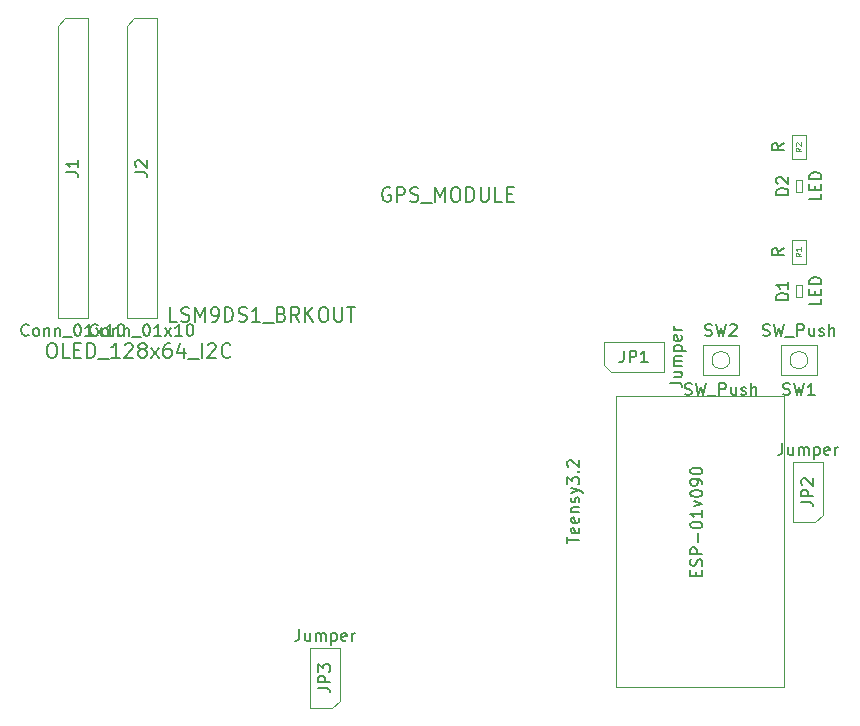
<source format=gbr>
G04 #@! TF.FileFunction,Other,Fab,Top*
%FSLAX46Y46*%
G04 Gerber Fmt 4.6, Leading zero omitted, Abs format (unit mm)*
G04 Created by KiCad (PCBNEW 4.0.7) date 04/18/18 00:39:05*
%MOMM*%
%LPD*%
G01*
G04 APERTURE LIST*
%ADD10C,0.100000*%
%ADD11C,0.050000*%
%ADD12C,0.150000*%
%ADD13C,0.075000*%
G04 APERTURE END LIST*
D10*
X175910000Y-80788000D02*
X177150000Y-80788000D01*
X175910000Y-82788000D02*
X175910000Y-80788000D01*
X177150000Y-82788000D02*
X175910000Y-82788000D01*
X177150000Y-80788000D02*
X177150000Y-82788000D01*
X175910000Y-71898000D02*
X177150000Y-71898000D01*
X175910000Y-73898000D02*
X175910000Y-71898000D01*
X177150000Y-73898000D02*
X175910000Y-73898000D01*
X177150000Y-71898000D02*
X177150000Y-73898000D01*
D11*
X161036000Y-118618000D02*
X161036000Y-93980000D01*
X161036000Y-93980000D02*
X175260000Y-93980000D01*
X175260000Y-93980000D02*
X175260000Y-118618000D01*
X175260000Y-118618000D02*
X161036000Y-118618000D01*
D10*
X176780000Y-85590000D02*
X176280000Y-85590000D01*
X176780000Y-84590000D02*
X176780000Y-85590000D01*
X176280000Y-84590000D02*
X176780000Y-84590000D01*
X176280000Y-85590000D02*
X176280000Y-84590000D01*
X176780000Y-76700000D02*
X176280000Y-76700000D01*
X176780000Y-75700000D02*
X176780000Y-76700000D01*
X176280000Y-75700000D02*
X176780000Y-75700000D01*
X176280000Y-76700000D02*
X176280000Y-75700000D01*
X114427000Y-61976000D02*
X116332000Y-61976000D01*
X116332000Y-61976000D02*
X116332000Y-87376000D01*
X116332000Y-87376000D02*
X113792000Y-87376000D01*
X113792000Y-87376000D02*
X113792000Y-62611000D01*
X113792000Y-62611000D02*
X114427000Y-61976000D01*
X120269000Y-61976000D02*
X122174000Y-61976000D01*
X122174000Y-61976000D02*
X122174000Y-87376000D01*
X122174000Y-87376000D02*
X119634000Y-87376000D01*
X119634000Y-87376000D02*
X119634000Y-62611000D01*
X119634000Y-62611000D02*
X120269000Y-61976000D01*
X160020000Y-91313000D02*
X160020000Y-89408000D01*
X160020000Y-89408000D02*
X165100000Y-89408000D01*
X165100000Y-89408000D02*
X165100000Y-91948000D01*
X165100000Y-91948000D02*
X160655000Y-91948000D01*
X160655000Y-91948000D02*
X160020000Y-91313000D01*
X177927000Y-104648000D02*
X176022000Y-104648000D01*
X176022000Y-104648000D02*
X176022000Y-99568000D01*
X176022000Y-99568000D02*
X178562000Y-99568000D01*
X178562000Y-99568000D02*
X178562000Y-104013000D01*
X178562000Y-104013000D02*
X177927000Y-104648000D01*
X137033000Y-120396000D02*
X135128000Y-120396000D01*
X135128000Y-120396000D02*
X135128000Y-115316000D01*
X135128000Y-115316000D02*
X137668000Y-115316000D01*
X137668000Y-115316000D02*
X137668000Y-119761000D01*
X137668000Y-119761000D02*
X137033000Y-120396000D01*
X178030000Y-92182000D02*
X175030000Y-92182000D01*
X175030000Y-92182000D02*
X175030000Y-89682000D01*
X175030000Y-89682000D02*
X178030000Y-89682000D01*
X178030000Y-89682000D02*
X178030000Y-92182000D01*
X177280000Y-90932000D02*
G75*
G03X177280000Y-90932000I-750000J0D01*
G01*
X168426000Y-89682000D02*
X171426000Y-89682000D01*
X171426000Y-89682000D02*
X171426000Y-92182000D01*
X171426000Y-92182000D02*
X168426000Y-92182000D01*
X168426000Y-92182000D02*
X168426000Y-89682000D01*
X170676000Y-90932000D02*
G75*
G03X170676000Y-90932000I-750000J0D01*
G01*
D12*
X141926286Y-76362000D02*
X141812000Y-76304857D01*
X141640571Y-76304857D01*
X141469143Y-76362000D01*
X141354857Y-76476286D01*
X141297714Y-76590571D01*
X141240571Y-76819143D01*
X141240571Y-76990571D01*
X141297714Y-77219143D01*
X141354857Y-77333429D01*
X141469143Y-77447714D01*
X141640571Y-77504857D01*
X141754857Y-77504857D01*
X141926286Y-77447714D01*
X141983429Y-77390571D01*
X141983429Y-76990571D01*
X141754857Y-76990571D01*
X142497714Y-77504857D02*
X142497714Y-76304857D01*
X142954857Y-76304857D01*
X143069143Y-76362000D01*
X143126286Y-76419143D01*
X143183429Y-76533429D01*
X143183429Y-76704857D01*
X143126286Y-76819143D01*
X143069143Y-76876286D01*
X142954857Y-76933429D01*
X142497714Y-76933429D01*
X143640571Y-77447714D02*
X143812000Y-77504857D01*
X144097714Y-77504857D01*
X144212000Y-77447714D01*
X144269143Y-77390571D01*
X144326286Y-77276286D01*
X144326286Y-77162000D01*
X144269143Y-77047714D01*
X144212000Y-76990571D01*
X144097714Y-76933429D01*
X143869143Y-76876286D01*
X143754857Y-76819143D01*
X143697714Y-76762000D01*
X143640571Y-76647714D01*
X143640571Y-76533429D01*
X143697714Y-76419143D01*
X143754857Y-76362000D01*
X143869143Y-76304857D01*
X144154857Y-76304857D01*
X144326286Y-76362000D01*
X144554857Y-77619143D02*
X145469143Y-77619143D01*
X145754857Y-77504857D02*
X145754857Y-76304857D01*
X146154857Y-77162000D01*
X146554857Y-76304857D01*
X146554857Y-77504857D01*
X147354858Y-76304857D02*
X147583429Y-76304857D01*
X147697715Y-76362000D01*
X147812001Y-76476286D01*
X147869143Y-76704857D01*
X147869143Y-77104857D01*
X147812001Y-77333429D01*
X147697715Y-77447714D01*
X147583429Y-77504857D01*
X147354858Y-77504857D01*
X147240572Y-77447714D01*
X147126286Y-77333429D01*
X147069143Y-77104857D01*
X147069143Y-76704857D01*
X147126286Y-76476286D01*
X147240572Y-76362000D01*
X147354858Y-76304857D01*
X148383429Y-77504857D02*
X148383429Y-76304857D01*
X148669144Y-76304857D01*
X148840572Y-76362000D01*
X148954858Y-76476286D01*
X149012001Y-76590571D01*
X149069144Y-76819143D01*
X149069144Y-76990571D01*
X149012001Y-77219143D01*
X148954858Y-77333429D01*
X148840572Y-77447714D01*
X148669144Y-77504857D01*
X148383429Y-77504857D01*
X149583429Y-76304857D02*
X149583429Y-77276286D01*
X149640572Y-77390571D01*
X149697715Y-77447714D01*
X149812001Y-77504857D01*
X150040572Y-77504857D01*
X150154858Y-77447714D01*
X150212001Y-77390571D01*
X150269144Y-77276286D01*
X150269144Y-76304857D01*
X151412001Y-77504857D02*
X150840572Y-77504857D01*
X150840572Y-76304857D01*
X151812001Y-76876286D02*
X152212001Y-76876286D01*
X152383430Y-77504857D02*
X151812001Y-77504857D01*
X151812001Y-76304857D01*
X152383430Y-76304857D01*
X175232381Y-81478476D02*
X174756190Y-81811810D01*
X175232381Y-82049905D02*
X174232381Y-82049905D01*
X174232381Y-81668952D01*
X174280000Y-81573714D01*
X174327619Y-81526095D01*
X174422857Y-81478476D01*
X174565714Y-81478476D01*
X174660952Y-81526095D01*
X174708571Y-81573714D01*
X174756190Y-81668952D01*
X174756190Y-82049905D01*
D13*
X176756190Y-81871333D02*
X176518095Y-82038000D01*
X176756190Y-82157047D02*
X176256190Y-82157047D01*
X176256190Y-81966571D01*
X176280000Y-81918952D01*
X176303810Y-81895143D01*
X176351429Y-81871333D01*
X176422857Y-81871333D01*
X176470476Y-81895143D01*
X176494286Y-81918952D01*
X176518095Y-81966571D01*
X176518095Y-82157047D01*
X176756190Y-81395143D02*
X176756190Y-81680857D01*
X176756190Y-81538000D02*
X176256190Y-81538000D01*
X176327619Y-81585619D01*
X176375238Y-81633238D01*
X176399048Y-81680857D01*
D12*
X175232381Y-72588476D02*
X174756190Y-72921810D01*
X175232381Y-73159905D02*
X174232381Y-73159905D01*
X174232381Y-72778952D01*
X174280000Y-72683714D01*
X174327619Y-72636095D01*
X174422857Y-72588476D01*
X174565714Y-72588476D01*
X174660952Y-72636095D01*
X174708571Y-72683714D01*
X174756190Y-72778952D01*
X174756190Y-73159905D01*
D13*
X176756190Y-72981333D02*
X176518095Y-73148000D01*
X176756190Y-73267047D02*
X176256190Y-73267047D01*
X176256190Y-73076571D01*
X176280000Y-73028952D01*
X176303810Y-73005143D01*
X176351429Y-72981333D01*
X176422857Y-72981333D01*
X176470476Y-73005143D01*
X176494286Y-73028952D01*
X176518095Y-73076571D01*
X176518095Y-73267047D01*
X176303810Y-72790857D02*
X176280000Y-72767047D01*
X176256190Y-72719428D01*
X176256190Y-72600381D01*
X176280000Y-72552762D01*
X176303810Y-72528952D01*
X176351429Y-72505143D01*
X176399048Y-72505143D01*
X176470476Y-72528952D01*
X176756190Y-72814666D01*
X176756190Y-72505143D01*
D12*
X156932381Y-106441429D02*
X156932381Y-105870000D01*
X157932381Y-106155715D02*
X156932381Y-106155715D01*
X157884762Y-105155714D02*
X157932381Y-105250952D01*
X157932381Y-105441429D01*
X157884762Y-105536667D01*
X157789524Y-105584286D01*
X157408571Y-105584286D01*
X157313333Y-105536667D01*
X157265714Y-105441429D01*
X157265714Y-105250952D01*
X157313333Y-105155714D01*
X157408571Y-105108095D01*
X157503810Y-105108095D01*
X157599048Y-105584286D01*
X157884762Y-104298571D02*
X157932381Y-104393809D01*
X157932381Y-104584286D01*
X157884762Y-104679524D01*
X157789524Y-104727143D01*
X157408571Y-104727143D01*
X157313333Y-104679524D01*
X157265714Y-104584286D01*
X157265714Y-104393809D01*
X157313333Y-104298571D01*
X157408571Y-104250952D01*
X157503810Y-104250952D01*
X157599048Y-104727143D01*
X157265714Y-103822381D02*
X157932381Y-103822381D01*
X157360952Y-103822381D02*
X157313333Y-103774762D01*
X157265714Y-103679524D01*
X157265714Y-103536666D01*
X157313333Y-103441428D01*
X157408571Y-103393809D01*
X157932381Y-103393809D01*
X157884762Y-102965238D02*
X157932381Y-102870000D01*
X157932381Y-102679524D01*
X157884762Y-102584285D01*
X157789524Y-102536666D01*
X157741905Y-102536666D01*
X157646667Y-102584285D01*
X157599048Y-102679524D01*
X157599048Y-102822381D01*
X157551429Y-102917619D01*
X157456190Y-102965238D01*
X157408571Y-102965238D01*
X157313333Y-102917619D01*
X157265714Y-102822381D01*
X157265714Y-102679524D01*
X157313333Y-102584285D01*
X157265714Y-102203333D02*
X157932381Y-101965238D01*
X157265714Y-101727142D02*
X157932381Y-101965238D01*
X158170476Y-102060476D01*
X158218095Y-102108095D01*
X158265714Y-102203333D01*
X156932381Y-101441428D02*
X156932381Y-100822380D01*
X157313333Y-101155714D01*
X157313333Y-101012856D01*
X157360952Y-100917618D01*
X157408571Y-100869999D01*
X157503810Y-100822380D01*
X157741905Y-100822380D01*
X157837143Y-100869999D01*
X157884762Y-100917618D01*
X157932381Y-101012856D01*
X157932381Y-101298571D01*
X157884762Y-101393809D01*
X157837143Y-101441428D01*
X157837143Y-100393809D02*
X157884762Y-100346190D01*
X157932381Y-100393809D01*
X157884762Y-100441428D01*
X157837143Y-100393809D01*
X157932381Y-100393809D01*
X157027619Y-99965238D02*
X156980000Y-99917619D01*
X156932381Y-99822381D01*
X156932381Y-99584285D01*
X156980000Y-99489047D01*
X157027619Y-99441428D01*
X157122857Y-99393809D01*
X157218095Y-99393809D01*
X157360952Y-99441428D01*
X157932381Y-100012857D01*
X157932381Y-99393809D01*
X167822571Y-109219429D02*
X167822571Y-108886095D01*
X168346381Y-108743238D02*
X168346381Y-109219429D01*
X167346381Y-109219429D01*
X167346381Y-108743238D01*
X168298762Y-108362286D02*
X168346381Y-108219429D01*
X168346381Y-107981333D01*
X168298762Y-107886095D01*
X168251143Y-107838476D01*
X168155905Y-107790857D01*
X168060667Y-107790857D01*
X167965429Y-107838476D01*
X167917810Y-107886095D01*
X167870190Y-107981333D01*
X167822571Y-108171810D01*
X167774952Y-108267048D01*
X167727333Y-108314667D01*
X167632095Y-108362286D01*
X167536857Y-108362286D01*
X167441619Y-108314667D01*
X167394000Y-108267048D01*
X167346381Y-108171810D01*
X167346381Y-107933714D01*
X167394000Y-107790857D01*
X168346381Y-107362286D02*
X167346381Y-107362286D01*
X167346381Y-106981333D01*
X167394000Y-106886095D01*
X167441619Y-106838476D01*
X167536857Y-106790857D01*
X167679714Y-106790857D01*
X167774952Y-106838476D01*
X167822571Y-106886095D01*
X167870190Y-106981333D01*
X167870190Y-107362286D01*
X167965429Y-106362286D02*
X167965429Y-105600381D01*
X167346381Y-104933715D02*
X167346381Y-104838476D01*
X167394000Y-104743238D01*
X167441619Y-104695619D01*
X167536857Y-104648000D01*
X167727333Y-104600381D01*
X167965429Y-104600381D01*
X168155905Y-104648000D01*
X168251143Y-104695619D01*
X168298762Y-104743238D01*
X168346381Y-104838476D01*
X168346381Y-104933715D01*
X168298762Y-105028953D01*
X168251143Y-105076572D01*
X168155905Y-105124191D01*
X167965429Y-105171810D01*
X167727333Y-105171810D01*
X167536857Y-105124191D01*
X167441619Y-105076572D01*
X167394000Y-105028953D01*
X167346381Y-104933715D01*
X168346381Y-103648000D02*
X168346381Y-104219429D01*
X168346381Y-103933715D02*
X167346381Y-103933715D01*
X167489238Y-104028953D01*
X167584476Y-104124191D01*
X167632095Y-104219429D01*
X167679714Y-103314667D02*
X168346381Y-103076572D01*
X167679714Y-102838476D01*
X167346381Y-102267048D02*
X167346381Y-102171809D01*
X167394000Y-102076571D01*
X167441619Y-102028952D01*
X167536857Y-101981333D01*
X167727333Y-101933714D01*
X167965429Y-101933714D01*
X168155905Y-101981333D01*
X168251143Y-102028952D01*
X168298762Y-102076571D01*
X168346381Y-102171809D01*
X168346381Y-102267048D01*
X168298762Y-102362286D01*
X168251143Y-102409905D01*
X168155905Y-102457524D01*
X167965429Y-102505143D01*
X167727333Y-102505143D01*
X167536857Y-102457524D01*
X167441619Y-102409905D01*
X167394000Y-102362286D01*
X167346381Y-102267048D01*
X168346381Y-101457524D02*
X168346381Y-101267048D01*
X168298762Y-101171809D01*
X168251143Y-101124190D01*
X168108286Y-101028952D01*
X167917810Y-100981333D01*
X167536857Y-100981333D01*
X167441619Y-101028952D01*
X167394000Y-101076571D01*
X167346381Y-101171809D01*
X167346381Y-101362286D01*
X167394000Y-101457524D01*
X167441619Y-101505143D01*
X167536857Y-101552762D01*
X167774952Y-101552762D01*
X167870190Y-101505143D01*
X167917810Y-101457524D01*
X167965429Y-101362286D01*
X167965429Y-101171809D01*
X167917810Y-101076571D01*
X167870190Y-101028952D01*
X167774952Y-100981333D01*
X167346381Y-100362286D02*
X167346381Y-100267047D01*
X167394000Y-100171809D01*
X167441619Y-100124190D01*
X167536857Y-100076571D01*
X167727333Y-100028952D01*
X167965429Y-100028952D01*
X168155905Y-100076571D01*
X168251143Y-100124190D01*
X168298762Y-100171809D01*
X168346381Y-100267047D01*
X168346381Y-100362286D01*
X168298762Y-100457524D01*
X168251143Y-100505143D01*
X168155905Y-100552762D01*
X167965429Y-100600381D01*
X167727333Y-100600381D01*
X167536857Y-100552762D01*
X167441619Y-100505143D01*
X167394000Y-100457524D01*
X167346381Y-100362286D01*
X178432381Y-85732857D02*
X178432381Y-86209048D01*
X177432381Y-86209048D01*
X177908571Y-85399524D02*
X177908571Y-85066190D01*
X178432381Y-84923333D02*
X178432381Y-85399524D01*
X177432381Y-85399524D01*
X177432381Y-84923333D01*
X178432381Y-84494762D02*
X177432381Y-84494762D01*
X177432381Y-84256667D01*
X177480000Y-84113809D01*
X177575238Y-84018571D01*
X177670476Y-83970952D01*
X177860952Y-83923333D01*
X178003810Y-83923333D01*
X178194286Y-83970952D01*
X178289524Y-84018571D01*
X178384762Y-84113809D01*
X178432381Y-84256667D01*
X178432381Y-84494762D01*
X175632381Y-85828095D02*
X174632381Y-85828095D01*
X174632381Y-85590000D01*
X174680000Y-85447142D01*
X174775238Y-85351904D01*
X174870476Y-85304285D01*
X175060952Y-85256666D01*
X175203810Y-85256666D01*
X175394286Y-85304285D01*
X175489524Y-85351904D01*
X175584762Y-85447142D01*
X175632381Y-85590000D01*
X175632381Y-85828095D01*
X175632381Y-84304285D02*
X175632381Y-84875714D01*
X175632381Y-84590000D02*
X174632381Y-84590000D01*
X174775238Y-84685238D01*
X174870476Y-84780476D01*
X174918095Y-84875714D01*
X178432381Y-76842857D02*
X178432381Y-77319048D01*
X177432381Y-77319048D01*
X177908571Y-76509524D02*
X177908571Y-76176190D01*
X178432381Y-76033333D02*
X178432381Y-76509524D01*
X177432381Y-76509524D01*
X177432381Y-76033333D01*
X178432381Y-75604762D02*
X177432381Y-75604762D01*
X177432381Y-75366667D01*
X177480000Y-75223809D01*
X177575238Y-75128571D01*
X177670476Y-75080952D01*
X177860952Y-75033333D01*
X178003810Y-75033333D01*
X178194286Y-75080952D01*
X178289524Y-75128571D01*
X178384762Y-75223809D01*
X178432381Y-75366667D01*
X178432381Y-75604762D01*
X175632381Y-76938095D02*
X174632381Y-76938095D01*
X174632381Y-76700000D01*
X174680000Y-76557142D01*
X174775238Y-76461904D01*
X174870476Y-76414285D01*
X175060952Y-76366666D01*
X175203810Y-76366666D01*
X175394286Y-76414285D01*
X175489524Y-76461904D01*
X175584762Y-76557142D01*
X175632381Y-76700000D01*
X175632381Y-76938095D01*
X174727619Y-75985714D02*
X174680000Y-75938095D01*
X174632381Y-75842857D01*
X174632381Y-75604761D01*
X174680000Y-75509523D01*
X174727619Y-75461904D01*
X174822857Y-75414285D01*
X174918095Y-75414285D01*
X175060952Y-75461904D01*
X175632381Y-76033333D01*
X175632381Y-75414285D01*
X113192857Y-89512857D02*
X113421428Y-89512857D01*
X113535714Y-89570000D01*
X113650000Y-89684286D01*
X113707142Y-89912857D01*
X113707142Y-90312857D01*
X113650000Y-90541429D01*
X113535714Y-90655714D01*
X113421428Y-90712857D01*
X113192857Y-90712857D01*
X113078571Y-90655714D01*
X112964285Y-90541429D01*
X112907142Y-90312857D01*
X112907142Y-89912857D01*
X112964285Y-89684286D01*
X113078571Y-89570000D01*
X113192857Y-89512857D01*
X114792857Y-90712857D02*
X114221428Y-90712857D01*
X114221428Y-89512857D01*
X115192857Y-90084286D02*
X115592857Y-90084286D01*
X115764286Y-90712857D02*
X115192857Y-90712857D01*
X115192857Y-89512857D01*
X115764286Y-89512857D01*
X116278571Y-90712857D02*
X116278571Y-89512857D01*
X116564286Y-89512857D01*
X116735714Y-89570000D01*
X116850000Y-89684286D01*
X116907143Y-89798571D01*
X116964286Y-90027143D01*
X116964286Y-90198571D01*
X116907143Y-90427143D01*
X116850000Y-90541429D01*
X116735714Y-90655714D01*
X116564286Y-90712857D01*
X116278571Y-90712857D01*
X117192857Y-90827143D02*
X118107143Y-90827143D01*
X119021429Y-90712857D02*
X118335714Y-90712857D01*
X118678572Y-90712857D02*
X118678572Y-89512857D01*
X118564286Y-89684286D01*
X118450000Y-89798571D01*
X118335714Y-89855714D01*
X119478571Y-89627143D02*
X119535714Y-89570000D01*
X119650000Y-89512857D01*
X119935714Y-89512857D01*
X120050000Y-89570000D01*
X120107143Y-89627143D01*
X120164286Y-89741429D01*
X120164286Y-89855714D01*
X120107143Y-90027143D01*
X119421429Y-90712857D01*
X120164286Y-90712857D01*
X120850000Y-90027143D02*
X120735714Y-89970000D01*
X120678571Y-89912857D01*
X120621428Y-89798571D01*
X120621428Y-89741429D01*
X120678571Y-89627143D01*
X120735714Y-89570000D01*
X120850000Y-89512857D01*
X121078571Y-89512857D01*
X121192857Y-89570000D01*
X121250000Y-89627143D01*
X121307143Y-89741429D01*
X121307143Y-89798571D01*
X121250000Y-89912857D01*
X121192857Y-89970000D01*
X121078571Y-90027143D01*
X120850000Y-90027143D01*
X120735714Y-90084286D01*
X120678571Y-90141429D01*
X120621428Y-90255714D01*
X120621428Y-90484286D01*
X120678571Y-90598571D01*
X120735714Y-90655714D01*
X120850000Y-90712857D01*
X121078571Y-90712857D01*
X121192857Y-90655714D01*
X121250000Y-90598571D01*
X121307143Y-90484286D01*
X121307143Y-90255714D01*
X121250000Y-90141429D01*
X121192857Y-90084286D01*
X121078571Y-90027143D01*
X121707143Y-90712857D02*
X122335714Y-89912857D01*
X121707143Y-89912857D02*
X122335714Y-90712857D01*
X123307143Y-89512857D02*
X123078572Y-89512857D01*
X122964286Y-89570000D01*
X122907143Y-89627143D01*
X122792857Y-89798571D01*
X122735714Y-90027143D01*
X122735714Y-90484286D01*
X122792857Y-90598571D01*
X122850000Y-90655714D01*
X122964286Y-90712857D01*
X123192857Y-90712857D01*
X123307143Y-90655714D01*
X123364286Y-90598571D01*
X123421429Y-90484286D01*
X123421429Y-90198571D01*
X123364286Y-90084286D01*
X123307143Y-90027143D01*
X123192857Y-89970000D01*
X122964286Y-89970000D01*
X122850000Y-90027143D01*
X122792857Y-90084286D01*
X122735714Y-90198571D01*
X124450000Y-89912857D02*
X124450000Y-90712857D01*
X124164286Y-89455714D02*
X123878571Y-90312857D01*
X124621429Y-90312857D01*
X124792857Y-90827143D02*
X125707143Y-90827143D01*
X125992857Y-90712857D02*
X125992857Y-89512857D01*
X126507143Y-89627143D02*
X126564286Y-89570000D01*
X126678572Y-89512857D01*
X126964286Y-89512857D01*
X127078572Y-89570000D01*
X127135715Y-89627143D01*
X127192858Y-89741429D01*
X127192858Y-89855714D01*
X127135715Y-90027143D01*
X126450001Y-90712857D01*
X127192858Y-90712857D01*
X128392858Y-90598571D02*
X128335715Y-90655714D01*
X128164286Y-90712857D01*
X128050000Y-90712857D01*
X127878572Y-90655714D01*
X127764286Y-90541429D01*
X127707143Y-90427143D01*
X127650000Y-90198571D01*
X127650000Y-90027143D01*
X127707143Y-89798571D01*
X127764286Y-89684286D01*
X127878572Y-89570000D01*
X128050000Y-89512857D01*
X128164286Y-89512857D01*
X128335715Y-89570000D01*
X128392858Y-89627143D01*
X123892571Y-87664857D02*
X123321142Y-87664857D01*
X123321142Y-86464857D01*
X124235428Y-87607714D02*
X124406857Y-87664857D01*
X124692571Y-87664857D01*
X124806857Y-87607714D01*
X124864000Y-87550571D01*
X124921143Y-87436286D01*
X124921143Y-87322000D01*
X124864000Y-87207714D01*
X124806857Y-87150571D01*
X124692571Y-87093429D01*
X124464000Y-87036286D01*
X124349714Y-86979143D01*
X124292571Y-86922000D01*
X124235428Y-86807714D01*
X124235428Y-86693429D01*
X124292571Y-86579143D01*
X124349714Y-86522000D01*
X124464000Y-86464857D01*
X124749714Y-86464857D01*
X124921143Y-86522000D01*
X125435428Y-87664857D02*
X125435428Y-86464857D01*
X125835428Y-87322000D01*
X126235428Y-86464857D01*
X126235428Y-87664857D01*
X126864000Y-87664857D02*
X127092572Y-87664857D01*
X127206857Y-87607714D01*
X127264000Y-87550571D01*
X127378286Y-87379143D01*
X127435429Y-87150571D01*
X127435429Y-86693429D01*
X127378286Y-86579143D01*
X127321143Y-86522000D01*
X127206857Y-86464857D01*
X126978286Y-86464857D01*
X126864000Y-86522000D01*
X126806857Y-86579143D01*
X126749714Y-86693429D01*
X126749714Y-86979143D01*
X126806857Y-87093429D01*
X126864000Y-87150571D01*
X126978286Y-87207714D01*
X127206857Y-87207714D01*
X127321143Y-87150571D01*
X127378286Y-87093429D01*
X127435429Y-86979143D01*
X127949714Y-87664857D02*
X127949714Y-86464857D01*
X128235429Y-86464857D01*
X128406857Y-86522000D01*
X128521143Y-86636286D01*
X128578286Y-86750571D01*
X128635429Y-86979143D01*
X128635429Y-87150571D01*
X128578286Y-87379143D01*
X128521143Y-87493429D01*
X128406857Y-87607714D01*
X128235429Y-87664857D01*
X127949714Y-87664857D01*
X129092571Y-87607714D02*
X129264000Y-87664857D01*
X129549714Y-87664857D01*
X129664000Y-87607714D01*
X129721143Y-87550571D01*
X129778286Y-87436286D01*
X129778286Y-87322000D01*
X129721143Y-87207714D01*
X129664000Y-87150571D01*
X129549714Y-87093429D01*
X129321143Y-87036286D01*
X129206857Y-86979143D01*
X129149714Y-86922000D01*
X129092571Y-86807714D01*
X129092571Y-86693429D01*
X129149714Y-86579143D01*
X129206857Y-86522000D01*
X129321143Y-86464857D01*
X129606857Y-86464857D01*
X129778286Y-86522000D01*
X130921143Y-87664857D02*
X130235428Y-87664857D01*
X130578286Y-87664857D02*
X130578286Y-86464857D01*
X130464000Y-86636286D01*
X130349714Y-86750571D01*
X130235428Y-86807714D01*
X131149714Y-87779143D02*
X132064000Y-87779143D01*
X132749714Y-87036286D02*
X132921143Y-87093429D01*
X132978286Y-87150571D01*
X133035429Y-87264857D01*
X133035429Y-87436286D01*
X132978286Y-87550571D01*
X132921143Y-87607714D01*
X132806857Y-87664857D01*
X132349714Y-87664857D01*
X132349714Y-86464857D01*
X132749714Y-86464857D01*
X132864000Y-86522000D01*
X132921143Y-86579143D01*
X132978286Y-86693429D01*
X132978286Y-86807714D01*
X132921143Y-86922000D01*
X132864000Y-86979143D01*
X132749714Y-87036286D01*
X132349714Y-87036286D01*
X134235429Y-87664857D02*
X133835429Y-87093429D01*
X133549714Y-87664857D02*
X133549714Y-86464857D01*
X134006857Y-86464857D01*
X134121143Y-86522000D01*
X134178286Y-86579143D01*
X134235429Y-86693429D01*
X134235429Y-86864857D01*
X134178286Y-86979143D01*
X134121143Y-87036286D01*
X134006857Y-87093429D01*
X133549714Y-87093429D01*
X134749714Y-87664857D02*
X134749714Y-86464857D01*
X135435429Y-87664857D02*
X134921143Y-86979143D01*
X135435429Y-86464857D02*
X134749714Y-87150571D01*
X136178286Y-86464857D02*
X136406857Y-86464857D01*
X136521143Y-86522000D01*
X136635429Y-86636286D01*
X136692571Y-86864857D01*
X136692571Y-87264857D01*
X136635429Y-87493429D01*
X136521143Y-87607714D01*
X136406857Y-87664857D01*
X136178286Y-87664857D01*
X136064000Y-87607714D01*
X135949714Y-87493429D01*
X135892571Y-87264857D01*
X135892571Y-86864857D01*
X135949714Y-86636286D01*
X136064000Y-86522000D01*
X136178286Y-86464857D01*
X137206857Y-86464857D02*
X137206857Y-87436286D01*
X137264000Y-87550571D01*
X137321143Y-87607714D01*
X137435429Y-87664857D01*
X137664000Y-87664857D01*
X137778286Y-87607714D01*
X137835429Y-87550571D01*
X137892572Y-87436286D01*
X137892572Y-86464857D01*
X138292572Y-86464857D02*
X138978286Y-86464857D01*
X138635429Y-87664857D02*
X138635429Y-86464857D01*
X111323905Y-88793143D02*
X111276286Y-88840762D01*
X111133429Y-88888381D01*
X111038191Y-88888381D01*
X110895333Y-88840762D01*
X110800095Y-88745524D01*
X110752476Y-88650286D01*
X110704857Y-88459810D01*
X110704857Y-88316952D01*
X110752476Y-88126476D01*
X110800095Y-88031238D01*
X110895333Y-87936000D01*
X111038191Y-87888381D01*
X111133429Y-87888381D01*
X111276286Y-87936000D01*
X111323905Y-87983619D01*
X111895333Y-88888381D02*
X111800095Y-88840762D01*
X111752476Y-88793143D01*
X111704857Y-88697905D01*
X111704857Y-88412190D01*
X111752476Y-88316952D01*
X111800095Y-88269333D01*
X111895333Y-88221714D01*
X112038191Y-88221714D01*
X112133429Y-88269333D01*
X112181048Y-88316952D01*
X112228667Y-88412190D01*
X112228667Y-88697905D01*
X112181048Y-88793143D01*
X112133429Y-88840762D01*
X112038191Y-88888381D01*
X111895333Y-88888381D01*
X112657238Y-88221714D02*
X112657238Y-88888381D01*
X112657238Y-88316952D02*
X112704857Y-88269333D01*
X112800095Y-88221714D01*
X112942953Y-88221714D01*
X113038191Y-88269333D01*
X113085810Y-88364571D01*
X113085810Y-88888381D01*
X113562000Y-88221714D02*
X113562000Y-88888381D01*
X113562000Y-88316952D02*
X113609619Y-88269333D01*
X113704857Y-88221714D01*
X113847715Y-88221714D01*
X113942953Y-88269333D01*
X113990572Y-88364571D01*
X113990572Y-88888381D01*
X114228667Y-88983619D02*
X114990572Y-88983619D01*
X115419143Y-87888381D02*
X115514382Y-87888381D01*
X115609620Y-87936000D01*
X115657239Y-87983619D01*
X115704858Y-88078857D01*
X115752477Y-88269333D01*
X115752477Y-88507429D01*
X115704858Y-88697905D01*
X115657239Y-88793143D01*
X115609620Y-88840762D01*
X115514382Y-88888381D01*
X115419143Y-88888381D01*
X115323905Y-88840762D01*
X115276286Y-88793143D01*
X115228667Y-88697905D01*
X115181048Y-88507429D01*
X115181048Y-88269333D01*
X115228667Y-88078857D01*
X115276286Y-87983619D01*
X115323905Y-87936000D01*
X115419143Y-87888381D01*
X116704858Y-88888381D02*
X116133429Y-88888381D01*
X116419143Y-88888381D02*
X116419143Y-87888381D01*
X116323905Y-88031238D01*
X116228667Y-88126476D01*
X116133429Y-88174095D01*
X117038191Y-88888381D02*
X117562001Y-88221714D01*
X117038191Y-88221714D02*
X117562001Y-88888381D01*
X118466763Y-88888381D02*
X117895334Y-88888381D01*
X118181048Y-88888381D02*
X118181048Y-87888381D01*
X118085810Y-88031238D01*
X117990572Y-88126476D01*
X117895334Y-88174095D01*
X119085810Y-87888381D02*
X119181049Y-87888381D01*
X119276287Y-87936000D01*
X119323906Y-87983619D01*
X119371525Y-88078857D01*
X119419144Y-88269333D01*
X119419144Y-88507429D01*
X119371525Y-88697905D01*
X119323906Y-88793143D01*
X119276287Y-88840762D01*
X119181049Y-88888381D01*
X119085810Y-88888381D01*
X118990572Y-88840762D01*
X118942953Y-88793143D01*
X118895334Y-88697905D01*
X118847715Y-88507429D01*
X118847715Y-88269333D01*
X118895334Y-88078857D01*
X118942953Y-87983619D01*
X118990572Y-87936000D01*
X119085810Y-87888381D01*
X114514381Y-75009333D02*
X115228667Y-75009333D01*
X115371524Y-75056953D01*
X115466762Y-75152191D01*
X115514381Y-75295048D01*
X115514381Y-75390286D01*
X115514381Y-74009333D02*
X115514381Y-74580762D01*
X115514381Y-74295048D02*
X114514381Y-74295048D01*
X114657238Y-74390286D01*
X114752476Y-74485524D01*
X114800095Y-74580762D01*
X117165905Y-88793143D02*
X117118286Y-88840762D01*
X116975429Y-88888381D01*
X116880191Y-88888381D01*
X116737333Y-88840762D01*
X116642095Y-88745524D01*
X116594476Y-88650286D01*
X116546857Y-88459810D01*
X116546857Y-88316952D01*
X116594476Y-88126476D01*
X116642095Y-88031238D01*
X116737333Y-87936000D01*
X116880191Y-87888381D01*
X116975429Y-87888381D01*
X117118286Y-87936000D01*
X117165905Y-87983619D01*
X117737333Y-88888381D02*
X117642095Y-88840762D01*
X117594476Y-88793143D01*
X117546857Y-88697905D01*
X117546857Y-88412190D01*
X117594476Y-88316952D01*
X117642095Y-88269333D01*
X117737333Y-88221714D01*
X117880191Y-88221714D01*
X117975429Y-88269333D01*
X118023048Y-88316952D01*
X118070667Y-88412190D01*
X118070667Y-88697905D01*
X118023048Y-88793143D01*
X117975429Y-88840762D01*
X117880191Y-88888381D01*
X117737333Y-88888381D01*
X118499238Y-88221714D02*
X118499238Y-88888381D01*
X118499238Y-88316952D02*
X118546857Y-88269333D01*
X118642095Y-88221714D01*
X118784953Y-88221714D01*
X118880191Y-88269333D01*
X118927810Y-88364571D01*
X118927810Y-88888381D01*
X119404000Y-88221714D02*
X119404000Y-88888381D01*
X119404000Y-88316952D02*
X119451619Y-88269333D01*
X119546857Y-88221714D01*
X119689715Y-88221714D01*
X119784953Y-88269333D01*
X119832572Y-88364571D01*
X119832572Y-88888381D01*
X120070667Y-88983619D02*
X120832572Y-88983619D01*
X121261143Y-87888381D02*
X121356382Y-87888381D01*
X121451620Y-87936000D01*
X121499239Y-87983619D01*
X121546858Y-88078857D01*
X121594477Y-88269333D01*
X121594477Y-88507429D01*
X121546858Y-88697905D01*
X121499239Y-88793143D01*
X121451620Y-88840762D01*
X121356382Y-88888381D01*
X121261143Y-88888381D01*
X121165905Y-88840762D01*
X121118286Y-88793143D01*
X121070667Y-88697905D01*
X121023048Y-88507429D01*
X121023048Y-88269333D01*
X121070667Y-88078857D01*
X121118286Y-87983619D01*
X121165905Y-87936000D01*
X121261143Y-87888381D01*
X122546858Y-88888381D02*
X121975429Y-88888381D01*
X122261143Y-88888381D02*
X122261143Y-87888381D01*
X122165905Y-88031238D01*
X122070667Y-88126476D01*
X121975429Y-88174095D01*
X122880191Y-88888381D02*
X123404001Y-88221714D01*
X122880191Y-88221714D02*
X123404001Y-88888381D01*
X124308763Y-88888381D02*
X123737334Y-88888381D01*
X124023048Y-88888381D02*
X124023048Y-87888381D01*
X123927810Y-88031238D01*
X123832572Y-88126476D01*
X123737334Y-88174095D01*
X124927810Y-87888381D02*
X125023049Y-87888381D01*
X125118287Y-87936000D01*
X125165906Y-87983619D01*
X125213525Y-88078857D01*
X125261144Y-88269333D01*
X125261144Y-88507429D01*
X125213525Y-88697905D01*
X125165906Y-88793143D01*
X125118287Y-88840762D01*
X125023049Y-88888381D01*
X124927810Y-88888381D01*
X124832572Y-88840762D01*
X124784953Y-88793143D01*
X124737334Y-88697905D01*
X124689715Y-88507429D01*
X124689715Y-88269333D01*
X124737334Y-88078857D01*
X124784953Y-87983619D01*
X124832572Y-87936000D01*
X124927810Y-87888381D01*
X120356381Y-75009333D02*
X121070667Y-75009333D01*
X121213524Y-75056953D01*
X121308762Y-75152191D01*
X121356381Y-75295048D01*
X121356381Y-75390286D01*
X120451619Y-74580762D02*
X120404000Y-74533143D01*
X120356381Y-74437905D01*
X120356381Y-74199809D01*
X120404000Y-74104571D01*
X120451619Y-74056952D01*
X120546857Y-74009333D01*
X120642095Y-74009333D01*
X120784952Y-74056952D01*
X121356381Y-74628381D01*
X121356381Y-74009333D01*
X165612381Y-92844666D02*
X166326667Y-92844666D01*
X166469524Y-92892286D01*
X166564762Y-92987524D01*
X166612381Y-93130381D01*
X166612381Y-93225619D01*
X165945714Y-91939904D02*
X166612381Y-91939904D01*
X165945714Y-92368476D02*
X166469524Y-92368476D01*
X166564762Y-92320857D01*
X166612381Y-92225619D01*
X166612381Y-92082761D01*
X166564762Y-91987523D01*
X166517143Y-91939904D01*
X166612381Y-91463714D02*
X165945714Y-91463714D01*
X166040952Y-91463714D02*
X165993333Y-91416095D01*
X165945714Y-91320857D01*
X165945714Y-91177999D01*
X165993333Y-91082761D01*
X166088571Y-91035142D01*
X166612381Y-91035142D01*
X166088571Y-91035142D02*
X165993333Y-90987523D01*
X165945714Y-90892285D01*
X165945714Y-90749428D01*
X165993333Y-90654190D01*
X166088571Y-90606571D01*
X166612381Y-90606571D01*
X165945714Y-90130381D02*
X166945714Y-90130381D01*
X165993333Y-90130381D02*
X165945714Y-90035143D01*
X165945714Y-89844666D01*
X165993333Y-89749428D01*
X166040952Y-89701809D01*
X166136190Y-89654190D01*
X166421905Y-89654190D01*
X166517143Y-89701809D01*
X166564762Y-89749428D01*
X166612381Y-89844666D01*
X166612381Y-90035143D01*
X166564762Y-90130381D01*
X166564762Y-88844666D02*
X166612381Y-88939904D01*
X166612381Y-89130381D01*
X166564762Y-89225619D01*
X166469524Y-89273238D01*
X166088571Y-89273238D01*
X165993333Y-89225619D01*
X165945714Y-89130381D01*
X165945714Y-88939904D01*
X165993333Y-88844666D01*
X166088571Y-88797047D01*
X166183810Y-88797047D01*
X166279048Y-89273238D01*
X166612381Y-88368476D02*
X165945714Y-88368476D01*
X166136190Y-88368476D02*
X166040952Y-88320857D01*
X165993333Y-88273238D01*
X165945714Y-88178000D01*
X165945714Y-88082761D01*
X161726667Y-90130381D02*
X161726667Y-90844667D01*
X161679047Y-90987524D01*
X161583809Y-91082762D01*
X161440952Y-91130381D01*
X161345714Y-91130381D01*
X162202857Y-91130381D02*
X162202857Y-90130381D01*
X162583810Y-90130381D01*
X162679048Y-90178000D01*
X162726667Y-90225619D01*
X162774286Y-90320857D01*
X162774286Y-90463714D01*
X162726667Y-90558952D01*
X162679048Y-90606571D01*
X162583810Y-90654190D01*
X162202857Y-90654190D01*
X163726667Y-91130381D02*
X163155238Y-91130381D01*
X163440952Y-91130381D02*
X163440952Y-90130381D01*
X163345714Y-90273238D01*
X163250476Y-90368476D01*
X163155238Y-90416095D01*
X175125334Y-97960381D02*
X175125334Y-98674667D01*
X175077714Y-98817524D01*
X174982476Y-98912762D01*
X174839619Y-98960381D01*
X174744381Y-98960381D01*
X176030096Y-98293714D02*
X176030096Y-98960381D01*
X175601524Y-98293714D02*
X175601524Y-98817524D01*
X175649143Y-98912762D01*
X175744381Y-98960381D01*
X175887239Y-98960381D01*
X175982477Y-98912762D01*
X176030096Y-98865143D01*
X176506286Y-98960381D02*
X176506286Y-98293714D01*
X176506286Y-98388952D02*
X176553905Y-98341333D01*
X176649143Y-98293714D01*
X176792001Y-98293714D01*
X176887239Y-98341333D01*
X176934858Y-98436571D01*
X176934858Y-98960381D01*
X176934858Y-98436571D02*
X176982477Y-98341333D01*
X177077715Y-98293714D01*
X177220572Y-98293714D01*
X177315810Y-98341333D01*
X177363429Y-98436571D01*
X177363429Y-98960381D01*
X177839619Y-98293714D02*
X177839619Y-99293714D01*
X177839619Y-98341333D02*
X177934857Y-98293714D01*
X178125334Y-98293714D01*
X178220572Y-98341333D01*
X178268191Y-98388952D01*
X178315810Y-98484190D01*
X178315810Y-98769905D01*
X178268191Y-98865143D01*
X178220572Y-98912762D01*
X178125334Y-98960381D01*
X177934857Y-98960381D01*
X177839619Y-98912762D01*
X179125334Y-98912762D02*
X179030096Y-98960381D01*
X178839619Y-98960381D01*
X178744381Y-98912762D01*
X178696762Y-98817524D01*
X178696762Y-98436571D01*
X178744381Y-98341333D01*
X178839619Y-98293714D01*
X179030096Y-98293714D01*
X179125334Y-98341333D01*
X179172953Y-98436571D01*
X179172953Y-98531810D01*
X178696762Y-98627048D01*
X179601524Y-98960381D02*
X179601524Y-98293714D01*
X179601524Y-98484190D02*
X179649143Y-98388952D01*
X179696762Y-98341333D01*
X179792000Y-98293714D01*
X179887239Y-98293714D01*
X176744381Y-102941333D02*
X177458667Y-102941333D01*
X177601524Y-102988953D01*
X177696762Y-103084191D01*
X177744381Y-103227048D01*
X177744381Y-103322286D01*
X177744381Y-102465143D02*
X176744381Y-102465143D01*
X176744381Y-102084190D01*
X176792000Y-101988952D01*
X176839619Y-101941333D01*
X176934857Y-101893714D01*
X177077714Y-101893714D01*
X177172952Y-101941333D01*
X177220571Y-101988952D01*
X177268190Y-102084190D01*
X177268190Y-102465143D01*
X176839619Y-101512762D02*
X176792000Y-101465143D01*
X176744381Y-101369905D01*
X176744381Y-101131809D01*
X176792000Y-101036571D01*
X176839619Y-100988952D01*
X176934857Y-100941333D01*
X177030095Y-100941333D01*
X177172952Y-100988952D01*
X177744381Y-101560381D01*
X177744381Y-100941333D01*
X134231334Y-113708381D02*
X134231334Y-114422667D01*
X134183714Y-114565524D01*
X134088476Y-114660762D01*
X133945619Y-114708381D01*
X133850381Y-114708381D01*
X135136096Y-114041714D02*
X135136096Y-114708381D01*
X134707524Y-114041714D02*
X134707524Y-114565524D01*
X134755143Y-114660762D01*
X134850381Y-114708381D01*
X134993239Y-114708381D01*
X135088477Y-114660762D01*
X135136096Y-114613143D01*
X135612286Y-114708381D02*
X135612286Y-114041714D01*
X135612286Y-114136952D02*
X135659905Y-114089333D01*
X135755143Y-114041714D01*
X135898001Y-114041714D01*
X135993239Y-114089333D01*
X136040858Y-114184571D01*
X136040858Y-114708381D01*
X136040858Y-114184571D02*
X136088477Y-114089333D01*
X136183715Y-114041714D01*
X136326572Y-114041714D01*
X136421810Y-114089333D01*
X136469429Y-114184571D01*
X136469429Y-114708381D01*
X136945619Y-114041714D02*
X136945619Y-115041714D01*
X136945619Y-114089333D02*
X137040857Y-114041714D01*
X137231334Y-114041714D01*
X137326572Y-114089333D01*
X137374191Y-114136952D01*
X137421810Y-114232190D01*
X137421810Y-114517905D01*
X137374191Y-114613143D01*
X137326572Y-114660762D01*
X137231334Y-114708381D01*
X137040857Y-114708381D01*
X136945619Y-114660762D01*
X138231334Y-114660762D02*
X138136096Y-114708381D01*
X137945619Y-114708381D01*
X137850381Y-114660762D01*
X137802762Y-114565524D01*
X137802762Y-114184571D01*
X137850381Y-114089333D01*
X137945619Y-114041714D01*
X138136096Y-114041714D01*
X138231334Y-114089333D01*
X138278953Y-114184571D01*
X138278953Y-114279810D01*
X137802762Y-114375048D01*
X138707524Y-114708381D02*
X138707524Y-114041714D01*
X138707524Y-114232190D02*
X138755143Y-114136952D01*
X138802762Y-114089333D01*
X138898000Y-114041714D01*
X138993239Y-114041714D01*
X135850381Y-118689333D02*
X136564667Y-118689333D01*
X136707524Y-118736953D01*
X136802762Y-118832191D01*
X136850381Y-118975048D01*
X136850381Y-119070286D01*
X136850381Y-118213143D02*
X135850381Y-118213143D01*
X135850381Y-117832190D01*
X135898000Y-117736952D01*
X135945619Y-117689333D01*
X136040857Y-117641714D01*
X136183714Y-117641714D01*
X136278952Y-117689333D01*
X136326571Y-117736952D01*
X136374190Y-117832190D01*
X136374190Y-118213143D01*
X135850381Y-117308381D02*
X135850381Y-116689333D01*
X136231333Y-117022667D01*
X136231333Y-116879809D01*
X136278952Y-116784571D01*
X136326571Y-116736952D01*
X136421810Y-116689333D01*
X136659905Y-116689333D01*
X136755143Y-116736952D01*
X136802762Y-116784571D01*
X136850381Y-116879809D01*
X136850381Y-117165524D01*
X136802762Y-117260762D01*
X136755143Y-117308381D01*
X173482381Y-88836762D02*
X173625238Y-88884381D01*
X173863334Y-88884381D01*
X173958572Y-88836762D01*
X174006191Y-88789143D01*
X174053810Y-88693905D01*
X174053810Y-88598667D01*
X174006191Y-88503429D01*
X173958572Y-88455810D01*
X173863334Y-88408190D01*
X173672857Y-88360571D01*
X173577619Y-88312952D01*
X173530000Y-88265333D01*
X173482381Y-88170095D01*
X173482381Y-88074857D01*
X173530000Y-87979619D01*
X173577619Y-87932000D01*
X173672857Y-87884381D01*
X173910953Y-87884381D01*
X174053810Y-87932000D01*
X174387143Y-87884381D02*
X174625238Y-88884381D01*
X174815715Y-88170095D01*
X175006191Y-88884381D01*
X175244286Y-87884381D01*
X175387143Y-88979619D02*
X176149048Y-88979619D01*
X176387143Y-88884381D02*
X176387143Y-87884381D01*
X176768096Y-87884381D01*
X176863334Y-87932000D01*
X176910953Y-87979619D01*
X176958572Y-88074857D01*
X176958572Y-88217714D01*
X176910953Y-88312952D01*
X176863334Y-88360571D01*
X176768096Y-88408190D01*
X176387143Y-88408190D01*
X177815715Y-88217714D02*
X177815715Y-88884381D01*
X177387143Y-88217714D02*
X177387143Y-88741524D01*
X177434762Y-88836762D01*
X177530000Y-88884381D01*
X177672858Y-88884381D01*
X177768096Y-88836762D01*
X177815715Y-88789143D01*
X178244286Y-88836762D02*
X178339524Y-88884381D01*
X178530000Y-88884381D01*
X178625239Y-88836762D01*
X178672858Y-88741524D01*
X178672858Y-88693905D01*
X178625239Y-88598667D01*
X178530000Y-88551048D01*
X178387143Y-88551048D01*
X178291905Y-88503429D01*
X178244286Y-88408190D01*
X178244286Y-88360571D01*
X178291905Y-88265333D01*
X178387143Y-88217714D01*
X178530000Y-88217714D01*
X178625239Y-88265333D01*
X179101429Y-88884381D02*
X179101429Y-87884381D01*
X179530001Y-88884381D02*
X179530001Y-88360571D01*
X179482382Y-88265333D01*
X179387144Y-88217714D01*
X179244286Y-88217714D01*
X179149048Y-88265333D01*
X179101429Y-88312952D01*
X175196667Y-93836762D02*
X175339524Y-93884381D01*
X175577620Y-93884381D01*
X175672858Y-93836762D01*
X175720477Y-93789143D01*
X175768096Y-93693905D01*
X175768096Y-93598667D01*
X175720477Y-93503429D01*
X175672858Y-93455810D01*
X175577620Y-93408190D01*
X175387143Y-93360571D01*
X175291905Y-93312952D01*
X175244286Y-93265333D01*
X175196667Y-93170095D01*
X175196667Y-93074857D01*
X175244286Y-92979619D01*
X175291905Y-92932000D01*
X175387143Y-92884381D01*
X175625239Y-92884381D01*
X175768096Y-92932000D01*
X176101429Y-92884381D02*
X176339524Y-93884381D01*
X176530001Y-93170095D01*
X176720477Y-93884381D01*
X176958572Y-92884381D01*
X177863334Y-93884381D02*
X177291905Y-93884381D01*
X177577619Y-93884381D02*
X177577619Y-92884381D01*
X177482381Y-93027238D01*
X177387143Y-93122476D01*
X177291905Y-93170095D01*
X166878381Y-93836762D02*
X167021238Y-93884381D01*
X167259334Y-93884381D01*
X167354572Y-93836762D01*
X167402191Y-93789143D01*
X167449810Y-93693905D01*
X167449810Y-93598667D01*
X167402191Y-93503429D01*
X167354572Y-93455810D01*
X167259334Y-93408190D01*
X167068857Y-93360571D01*
X166973619Y-93312952D01*
X166926000Y-93265333D01*
X166878381Y-93170095D01*
X166878381Y-93074857D01*
X166926000Y-92979619D01*
X166973619Y-92932000D01*
X167068857Y-92884381D01*
X167306953Y-92884381D01*
X167449810Y-92932000D01*
X167783143Y-92884381D02*
X168021238Y-93884381D01*
X168211715Y-93170095D01*
X168402191Y-93884381D01*
X168640286Y-92884381D01*
X168783143Y-93979619D02*
X169545048Y-93979619D01*
X169783143Y-93884381D02*
X169783143Y-92884381D01*
X170164096Y-92884381D01*
X170259334Y-92932000D01*
X170306953Y-92979619D01*
X170354572Y-93074857D01*
X170354572Y-93217714D01*
X170306953Y-93312952D01*
X170259334Y-93360571D01*
X170164096Y-93408190D01*
X169783143Y-93408190D01*
X171211715Y-93217714D02*
X171211715Y-93884381D01*
X170783143Y-93217714D02*
X170783143Y-93741524D01*
X170830762Y-93836762D01*
X170926000Y-93884381D01*
X171068858Y-93884381D01*
X171164096Y-93836762D01*
X171211715Y-93789143D01*
X171640286Y-93836762D02*
X171735524Y-93884381D01*
X171926000Y-93884381D01*
X172021239Y-93836762D01*
X172068858Y-93741524D01*
X172068858Y-93693905D01*
X172021239Y-93598667D01*
X171926000Y-93551048D01*
X171783143Y-93551048D01*
X171687905Y-93503429D01*
X171640286Y-93408190D01*
X171640286Y-93360571D01*
X171687905Y-93265333D01*
X171783143Y-93217714D01*
X171926000Y-93217714D01*
X172021239Y-93265333D01*
X172497429Y-93884381D02*
X172497429Y-92884381D01*
X172926001Y-93884381D02*
X172926001Y-93360571D01*
X172878382Y-93265333D01*
X172783144Y-93217714D01*
X172640286Y-93217714D01*
X172545048Y-93265333D01*
X172497429Y-93312952D01*
X168592667Y-88836762D02*
X168735524Y-88884381D01*
X168973620Y-88884381D01*
X169068858Y-88836762D01*
X169116477Y-88789143D01*
X169164096Y-88693905D01*
X169164096Y-88598667D01*
X169116477Y-88503429D01*
X169068858Y-88455810D01*
X168973620Y-88408190D01*
X168783143Y-88360571D01*
X168687905Y-88312952D01*
X168640286Y-88265333D01*
X168592667Y-88170095D01*
X168592667Y-88074857D01*
X168640286Y-87979619D01*
X168687905Y-87932000D01*
X168783143Y-87884381D01*
X169021239Y-87884381D01*
X169164096Y-87932000D01*
X169497429Y-87884381D02*
X169735524Y-88884381D01*
X169926001Y-88170095D01*
X170116477Y-88884381D01*
X170354572Y-87884381D01*
X170687905Y-87979619D02*
X170735524Y-87932000D01*
X170830762Y-87884381D01*
X171068858Y-87884381D01*
X171164096Y-87932000D01*
X171211715Y-87979619D01*
X171259334Y-88074857D01*
X171259334Y-88170095D01*
X171211715Y-88312952D01*
X170640286Y-88884381D01*
X171259334Y-88884381D01*
M02*

</source>
